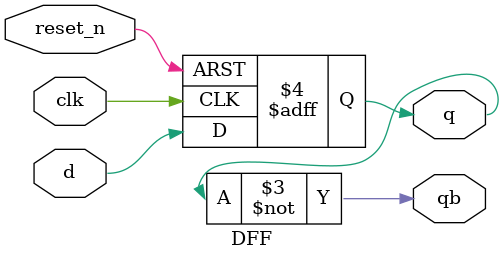
<source format=v>
`timescale 1ns / 1ps


module DFF( clk, reset_n, d, q, qb );
input d, clk, reset_n;
output reg q;
output qb;
always @(posedge clk or negedge reset_n)
if(!reset_n)
q <= 1'b0;
else
q <= d;
assign qb = ~q;
endmodule

</source>
